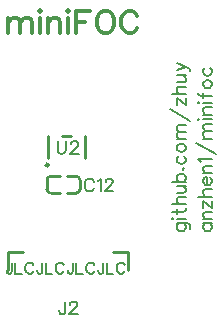
<source format=gto>
G04 Layer: TopSilkLayer*
G04 EasyEDA v6.4.20.8, 2021-08-23T13:39:17+08:00*
G04 08afd42ca09249d0a924e3639ea88795,34bb6763e28e4bbdb854ef51fa08daf4,10*
G04 Gerber Generator version 0.2*
G04 Scale: 100 percent, Rotated: No, Reflected: No *
G04 Dimensions in millimeters *
G04 leading zeros omitted , absolute positions ,4 integer and 5 decimal *
%FSLAX45Y45*%
%MOMM*%

%ADD10C,0.2540*%
%ADD19C,0.2032*%
%ADD20C,0.3000*%
%ADD21C,0.2000*%
%ADD22C,0.1524*%

%LPD*%
D19*
X1036065Y519937D02*
G01*
X1036065Y447294D01*
X1031494Y433578D01*
X1026921Y429005D01*
X1017778Y424434D01*
X1008887Y424434D01*
X999744Y429005D01*
X995171Y433578D01*
X990600Y447294D01*
X990600Y456437D01*
X1066037Y519937D02*
G01*
X1066037Y424434D01*
X1066037Y424434D02*
G01*
X1120647Y424434D01*
X1218692Y497331D02*
G01*
X1214120Y506476D01*
X1205229Y515365D01*
X1196086Y519937D01*
X1177797Y519937D01*
X1168907Y515365D01*
X1159763Y506476D01*
X1155192Y497331D01*
X1150620Y483615D01*
X1150620Y461010D01*
X1155192Y447294D01*
X1159763Y438150D01*
X1168907Y429005D01*
X1177797Y424434D01*
X1196086Y424434D01*
X1205229Y429005D01*
X1214120Y438150D01*
X1218692Y447294D01*
X1294129Y519937D02*
G01*
X1294129Y447294D01*
X1289812Y433578D01*
X1285239Y429005D01*
X1276095Y424434D01*
X1266952Y424434D01*
X1257807Y429005D01*
X1253236Y433578D01*
X1248663Y447294D01*
X1248663Y456437D01*
X1324355Y519937D02*
G01*
X1324355Y424434D01*
X1324355Y424434D02*
G01*
X1378712Y424434D01*
X1477010Y497331D02*
G01*
X1472437Y506476D01*
X1463294Y515365D01*
X1454150Y519937D01*
X1436115Y519937D01*
X1426971Y515365D01*
X1417828Y506476D01*
X1413255Y497331D01*
X1408684Y483615D01*
X1408684Y461010D01*
X1413255Y447294D01*
X1417828Y438150D01*
X1426971Y429005D01*
X1436115Y424434D01*
X1454150Y424434D01*
X1463294Y429005D01*
X1472437Y438150D01*
X1477010Y447294D01*
X1552447Y519937D02*
G01*
X1552447Y447294D01*
X1547876Y433578D01*
X1543304Y429005D01*
X1534160Y424434D01*
X1525270Y424434D01*
X1516126Y429005D01*
X1511554Y433578D01*
X1506981Y447294D01*
X1506981Y456437D01*
X1582420Y519937D02*
G01*
X1582420Y424434D01*
X1582420Y424434D02*
G01*
X1637029Y424434D01*
X1735073Y497331D02*
G01*
X1730502Y506476D01*
X1721612Y515365D01*
X1712468Y519937D01*
X1694179Y519937D01*
X1685036Y515365D01*
X1676145Y506476D01*
X1671573Y497331D01*
X1667002Y483615D01*
X1667002Y461010D01*
X1671573Y447294D01*
X1676145Y438150D01*
X1685036Y429005D01*
X1694179Y424434D01*
X1712468Y424434D01*
X1721612Y429005D01*
X1730502Y438150D01*
X1735073Y447294D01*
X1810512Y519937D02*
G01*
X1810512Y447294D01*
X1805939Y433578D01*
X1801621Y429005D01*
X1792478Y424434D01*
X1783334Y424434D01*
X1774189Y429005D01*
X1769618Y433578D01*
X1765045Y447294D01*
X1765045Y456437D01*
X1840484Y519937D02*
G01*
X1840484Y424434D01*
X1840484Y424434D02*
G01*
X1895094Y424434D01*
X1993391Y497331D02*
G01*
X1988820Y506476D01*
X1979675Y515365D01*
X1970531Y519937D01*
X1952497Y519937D01*
X1943354Y515365D01*
X1934209Y506476D01*
X1929637Y497331D01*
X1925065Y483615D01*
X1925065Y461010D01*
X1929637Y447294D01*
X1934209Y438150D01*
X1943354Y429005D01*
X1952497Y424434D01*
X1970531Y424434D01*
X1979675Y429005D01*
X1988820Y438150D01*
X1993391Y447294D01*
D20*
X1003300Y2589276D02*
G01*
X1003300Y2462021D01*
X1003300Y2552954D02*
G01*
X1030478Y2580131D01*
X1048765Y2589276D01*
X1075944Y2589276D01*
X1094231Y2580131D01*
X1103376Y2552954D01*
X1103376Y2462021D01*
X1103376Y2552954D02*
G01*
X1130554Y2580131D01*
X1148842Y2589276D01*
X1176020Y2589276D01*
X1194307Y2580131D01*
X1203197Y2552954D01*
X1203197Y2462021D01*
X1263395Y2653029D02*
G01*
X1272286Y2643886D01*
X1281429Y2653029D01*
X1272286Y2661920D01*
X1263395Y2653029D01*
X1272286Y2589276D02*
G01*
X1272286Y2462021D01*
X1341373Y2589276D02*
G01*
X1341373Y2462021D01*
X1341373Y2552954D02*
G01*
X1368805Y2580131D01*
X1386839Y2589276D01*
X1414271Y2589276D01*
X1432305Y2580131D01*
X1441450Y2552954D01*
X1441450Y2462021D01*
X1501394Y2653029D02*
G01*
X1510537Y2643886D01*
X1519681Y2653029D01*
X1510537Y2661920D01*
X1501394Y2653029D01*
X1510537Y2589276D02*
G01*
X1510537Y2462021D01*
X1579626Y2653029D02*
G01*
X1579626Y2462021D01*
X1579626Y2653029D02*
G01*
X1697736Y2653029D01*
X1579626Y2562097D02*
G01*
X1652270Y2562097D01*
X1812289Y2653029D02*
G01*
X1794255Y2643886D01*
X1775968Y2625597D01*
X1766823Y2607563D01*
X1757934Y2580131D01*
X1757934Y2534665D01*
X1766823Y2507487D01*
X1775968Y2489200D01*
X1794255Y2471165D01*
X1812289Y2462021D01*
X1848865Y2462021D01*
X1866900Y2471165D01*
X1885187Y2489200D01*
X1894331Y2507487D01*
X1903221Y2534665D01*
X1903221Y2580131D01*
X1894331Y2607563D01*
X1885187Y2625597D01*
X1866900Y2643886D01*
X1848865Y2653029D01*
X1812289Y2653029D01*
X2099563Y2607563D02*
G01*
X2090674Y2625597D01*
X2072386Y2643886D01*
X2054097Y2653029D01*
X2017775Y2653029D01*
X1999741Y2643886D01*
X1981454Y2625597D01*
X1972309Y2607563D01*
X1963420Y2580131D01*
X1963420Y2534665D01*
X1972309Y2507487D01*
X1981454Y2489200D01*
X1999741Y2471165D01*
X2017775Y2462021D01*
X2054097Y2462021D01*
X2072386Y2471165D01*
X2090674Y2489200D01*
X2099563Y2507487D01*
D21*
X2431795Y852931D02*
G01*
X2518918Y852931D01*
X2535427Y847344D01*
X2540761Y842010D01*
X2546350Y831087D01*
X2546350Y814578D01*
X2540761Y803655D01*
X2448052Y852931D02*
G01*
X2437129Y842010D01*
X2431795Y831087D01*
X2431795Y814578D01*
X2437129Y803655D01*
X2448052Y792734D01*
X2464308Y787400D01*
X2475229Y787400D01*
X2491740Y792734D01*
X2502661Y803655D01*
X2507995Y814578D01*
X2507995Y831087D01*
X2502661Y842010D01*
X2491740Y852931D01*
X2393441Y888745D02*
G01*
X2399029Y894334D01*
X2393441Y899668D01*
X2388108Y894334D01*
X2393441Y888745D01*
X2431795Y894334D02*
G01*
X2507995Y894334D01*
X2393441Y952245D02*
G01*
X2486152Y952245D01*
X2502661Y957579D01*
X2507995Y968502D01*
X2507995Y979423D01*
X2431795Y935736D02*
G01*
X2431795Y973836D01*
X2393441Y1015492D02*
G01*
X2507995Y1015492D01*
X2453386Y1015492D02*
G01*
X2437129Y1031747D01*
X2431795Y1042670D01*
X2431795Y1058926D01*
X2437129Y1069847D01*
X2453386Y1075436D01*
X2507995Y1075436D01*
X2431795Y1111504D02*
G01*
X2486152Y1111504D01*
X2502661Y1116837D01*
X2507995Y1127760D01*
X2507995Y1144015D01*
X2502661Y1154937D01*
X2486152Y1171447D01*
X2431795Y1171447D02*
G01*
X2507995Y1171447D01*
X2393441Y1207515D02*
G01*
X2507995Y1207515D01*
X2448052Y1207515D02*
G01*
X2437129Y1218184D01*
X2431795Y1229105D01*
X2431795Y1245615D01*
X2437129Y1256537D01*
X2448052Y1267460D01*
X2464308Y1272794D01*
X2475229Y1272794D01*
X2491740Y1267460D01*
X2502661Y1256537D01*
X2507995Y1245615D01*
X2507995Y1229105D01*
X2502661Y1218184D01*
X2491740Y1207515D01*
X2480818Y1314195D02*
G01*
X2486152Y1308862D01*
X2491740Y1314195D01*
X2486152Y1319784D01*
X2480818Y1314195D01*
X2448052Y1421129D02*
G01*
X2437129Y1410207D01*
X2431795Y1399286D01*
X2431795Y1383029D01*
X2437129Y1372107D01*
X2448052Y1361186D01*
X2464308Y1355852D01*
X2475229Y1355852D01*
X2491740Y1361186D01*
X2502661Y1372107D01*
X2507995Y1383029D01*
X2507995Y1399286D01*
X2502661Y1410207D01*
X2491740Y1421129D01*
X2431795Y1484376D02*
G01*
X2437129Y1473707D01*
X2448052Y1462786D01*
X2464308Y1457197D01*
X2475229Y1457197D01*
X2491740Y1462786D01*
X2502661Y1473707D01*
X2507995Y1484376D01*
X2507995Y1500886D01*
X2502661Y1511807D01*
X2491740Y1522729D01*
X2475229Y1528063D01*
X2464308Y1528063D01*
X2448052Y1522729D01*
X2437129Y1511807D01*
X2431795Y1500886D01*
X2431795Y1484376D01*
X2431795Y1564131D02*
G01*
X2507995Y1564131D01*
X2453386Y1564131D02*
G01*
X2437129Y1580387D01*
X2431795Y1591310D01*
X2431795Y1607820D01*
X2437129Y1618742D01*
X2453386Y1624076D01*
X2507995Y1624076D01*
X2453386Y1624076D02*
G01*
X2437129Y1640586D01*
X2431795Y1651507D01*
X2431795Y1667763D01*
X2437129Y1678686D01*
X2453386Y1684020D01*
X2507995Y1684020D01*
X2371597Y1818386D02*
G01*
X2546350Y1720087D01*
X2431795Y1914397D02*
G01*
X2507995Y1854200D01*
X2431795Y1854200D02*
G01*
X2431795Y1914397D01*
X2507995Y1854200D02*
G01*
X2507995Y1914397D01*
X2393441Y1950212D02*
G01*
X2507995Y1950212D01*
X2453386Y1950212D02*
G01*
X2437129Y1966721D01*
X2431795Y1977644D01*
X2431795Y1993900D01*
X2437129Y2004821D01*
X2453386Y2010410D01*
X2507995Y2010410D01*
X2431795Y2046223D02*
G01*
X2486152Y2046223D01*
X2502661Y2051812D01*
X2507995Y2062734D01*
X2507995Y2078989D01*
X2502661Y2089912D01*
X2486152Y2106421D01*
X2431795Y2106421D02*
G01*
X2507995Y2106421D01*
X2431795Y2147823D02*
G01*
X2507995Y2180589D01*
X2431795Y2213102D02*
G01*
X2507995Y2180589D01*
X2529840Y2169668D01*
X2540761Y2158745D01*
X2546350Y2147823D01*
X2546350Y2142236D01*
X2653284Y852931D02*
G01*
X2729738Y852931D01*
X2669540Y852931D02*
G01*
X2658872Y842010D01*
X2653284Y831087D01*
X2653284Y814578D01*
X2658872Y803655D01*
X2669540Y792734D01*
X2686050Y787400D01*
X2696972Y787400D01*
X2713227Y792734D01*
X2724150Y803655D01*
X2729738Y814578D01*
X2729738Y831087D01*
X2724150Y842010D01*
X2713227Y852931D01*
X2653284Y888745D02*
G01*
X2729738Y888745D01*
X2675127Y888745D02*
G01*
X2658872Y905255D01*
X2653284Y916178D01*
X2653284Y932434D01*
X2658872Y943355D01*
X2675127Y948944D01*
X2729738Y948944D01*
X2653284Y1044955D02*
G01*
X2729738Y984757D01*
X2653284Y984757D02*
G01*
X2653284Y1044955D01*
X2729738Y984757D02*
G01*
X2729738Y1044955D01*
X2615184Y1080770D02*
G01*
X2729738Y1080770D01*
X2675127Y1080770D02*
G01*
X2658872Y1097279D01*
X2653284Y1108202D01*
X2653284Y1124457D01*
X2658872Y1135379D01*
X2675127Y1140968D01*
X2729738Y1140968D01*
X2686050Y1176781D02*
G01*
X2686050Y1242313D01*
X2675127Y1242313D01*
X2664206Y1236979D01*
X2658872Y1231392D01*
X2653284Y1220470D01*
X2653284Y1204213D01*
X2658872Y1193292D01*
X2669540Y1182370D01*
X2686050Y1176781D01*
X2696972Y1176781D01*
X2713227Y1182370D01*
X2724150Y1193292D01*
X2729738Y1204213D01*
X2729738Y1220470D01*
X2724150Y1231392D01*
X2713227Y1242313D01*
X2653284Y1278381D02*
G01*
X2729738Y1278381D01*
X2675127Y1278381D02*
G01*
X2658872Y1294637D01*
X2653284Y1305560D01*
X2653284Y1322070D01*
X2658872Y1332737D01*
X2675127Y1338326D01*
X2729738Y1338326D01*
X2637027Y1374394D02*
G01*
X2631440Y1385315D01*
X2615184Y1401571D01*
X2729738Y1401571D01*
X2593340Y1535684D02*
G01*
X2767838Y1437639D01*
X2653284Y1571752D02*
G01*
X2729738Y1571752D01*
X2675127Y1571752D02*
G01*
X2658872Y1588007D01*
X2653284Y1598929D01*
X2653284Y1615439D01*
X2658872Y1626362D01*
X2675127Y1631695D01*
X2729738Y1631695D01*
X2675127Y1631695D02*
G01*
X2658872Y1648205D01*
X2653284Y1659128D01*
X2653284Y1675384D01*
X2658872Y1686305D01*
X2675127Y1691639D01*
X2729738Y1691639D01*
X2615184Y1727707D02*
G01*
X2620518Y1733295D01*
X2615184Y1738629D01*
X2609595Y1733295D01*
X2615184Y1727707D01*
X2653284Y1733295D02*
G01*
X2729738Y1733295D01*
X2653284Y1774697D02*
G01*
X2729738Y1774697D01*
X2675127Y1774697D02*
G01*
X2658872Y1790954D01*
X2653284Y1801876D01*
X2653284Y1818386D01*
X2658872Y1829307D01*
X2675127Y1834642D01*
X2729738Y1834642D01*
X2615184Y1870710D02*
G01*
X2620518Y1876044D01*
X2615184Y1881631D01*
X2609595Y1876044D01*
X2615184Y1870710D01*
X2653284Y1876044D02*
G01*
X2729738Y1876044D01*
X2615184Y1961134D02*
G01*
X2615184Y1950212D01*
X2620518Y1939289D01*
X2637027Y1933955D01*
X2729738Y1933955D01*
X2653284Y1917700D02*
G01*
X2653284Y1955800D01*
X2653284Y2024379D02*
G01*
X2658872Y2013457D01*
X2669540Y2002789D01*
X2686050Y1997202D01*
X2696972Y1997202D01*
X2713227Y2002789D01*
X2724150Y2013457D01*
X2729738Y2024379D01*
X2729738Y2040889D01*
X2724150Y2051812D01*
X2713227Y2062734D01*
X2696972Y2068068D01*
X2686050Y2068068D01*
X2669540Y2062734D01*
X2658872Y2051812D01*
X2653284Y2040889D01*
X2653284Y2024379D01*
X2669540Y2169668D02*
G01*
X2658872Y2158745D01*
X2653284Y2147823D01*
X2653284Y2131313D01*
X2658872Y2120392D01*
X2669540Y2109470D01*
X2686050Y2104136D01*
X2696972Y2104136D01*
X2713227Y2109470D01*
X2724150Y2120392D01*
X2729738Y2131313D01*
X2729738Y2147823D01*
X2724150Y2158745D01*
X2713227Y2169668D01*
D22*
X1728978Y1207007D02*
G01*
X1723644Y1217421D01*
X1713229Y1227836D01*
X1703070Y1232915D01*
X1682242Y1232915D01*
X1671828Y1227836D01*
X1661413Y1217421D01*
X1656079Y1207007D01*
X1651000Y1191260D01*
X1651000Y1165352D01*
X1656079Y1149857D01*
X1661413Y1139444D01*
X1671828Y1129029D01*
X1682242Y1123950D01*
X1703070Y1123950D01*
X1713229Y1129029D01*
X1723644Y1139444D01*
X1728978Y1149857D01*
X1763268Y1212087D02*
G01*
X1773681Y1217421D01*
X1789176Y1232915D01*
X1789176Y1123950D01*
X1828800Y1207007D02*
G01*
X1828800Y1212087D01*
X1833879Y1222502D01*
X1838960Y1227836D01*
X1849373Y1232915D01*
X1870202Y1232915D01*
X1880615Y1227836D01*
X1885950Y1222502D01*
X1891029Y1212087D01*
X1891029Y1201673D01*
X1885950Y1191260D01*
X1875536Y1175765D01*
X1823465Y1123950D01*
X1896110Y1123950D01*
X1487170Y191515D02*
G01*
X1487170Y108457D01*
X1481836Y92710D01*
X1476755Y87629D01*
X1466342Y82550D01*
X1455928Y82550D01*
X1445513Y87629D01*
X1440179Y92710D01*
X1435100Y108457D01*
X1435100Y118871D01*
X1526539Y165607D02*
G01*
X1526539Y170687D01*
X1531620Y181102D01*
X1536954Y186436D01*
X1547368Y191515D01*
X1568195Y191515D01*
X1578610Y186436D01*
X1583689Y181102D01*
X1588770Y170687D01*
X1588770Y160273D01*
X1583689Y149860D01*
X1573276Y134365D01*
X1521460Y82550D01*
X1594104Y82550D01*
X1422400Y1550415D02*
G01*
X1422400Y1472437D01*
X1427479Y1456944D01*
X1437894Y1446529D01*
X1453642Y1441450D01*
X1464055Y1441450D01*
X1479550Y1446529D01*
X1489963Y1456944D01*
X1495044Y1472437D01*
X1495044Y1550415D01*
X1534668Y1524507D02*
G01*
X1534668Y1529587D01*
X1539747Y1540002D01*
X1545081Y1545336D01*
X1555495Y1550415D01*
X1576070Y1550415D01*
X1586484Y1545336D01*
X1591818Y1540002D01*
X1596897Y1529587D01*
X1596897Y1519173D01*
X1591818Y1508760D01*
X1581404Y1493265D01*
X1529334Y1441450D01*
X1602231Y1441450D01*
D10*
X1612201Y1221077D02*
G01*
X1612201Y1141074D01*
X1501226Y1252062D02*
G01*
X1581223Y1252062D01*
X1501226Y1110096D02*
G01*
X1581223Y1110096D01*
X1443636Y1252644D02*
G01*
X1363637Y1252644D01*
X1332654Y1221661D02*
G01*
X1332654Y1141663D01*
X1443636Y1110683D02*
G01*
X1363637Y1110683D01*
X1003300Y457200D02*
G01*
X1003300Y609600D01*
X1134110Y609600D02*
G01*
X1003322Y609620D01*
X2019300Y457200D02*
G01*
X2019300Y609600D01*
X2019300Y609600D02*
G01*
X1888489Y609600D01*
X1344993Y1590004D02*
G01*
X1344993Y1410002D01*
X1459992Y1590004D02*
G01*
X1539994Y1590004D01*
X1654995Y1590004D02*
G01*
X1654995Y1410002D01*
G75*
G01*
X1332649Y1221661D02*
G02*
X1363632Y1252644I30983J0D01*
G75*
G01*
X1363632Y1110678D02*
G02*
X1332649Y1141664I0J30983D01*
G75*
G01*
X1581219Y1252063D02*
G02*
X1612201Y1221077I0J-30983D01*
G75*
G01*
X1612201Y1141080D02*
G02*
X1581219Y1110097I-30982J0D01*
G75*
G01
X1347600Y1347612D02*
G03X1347600Y1347612I-12700J0D01*
M02*

</source>
